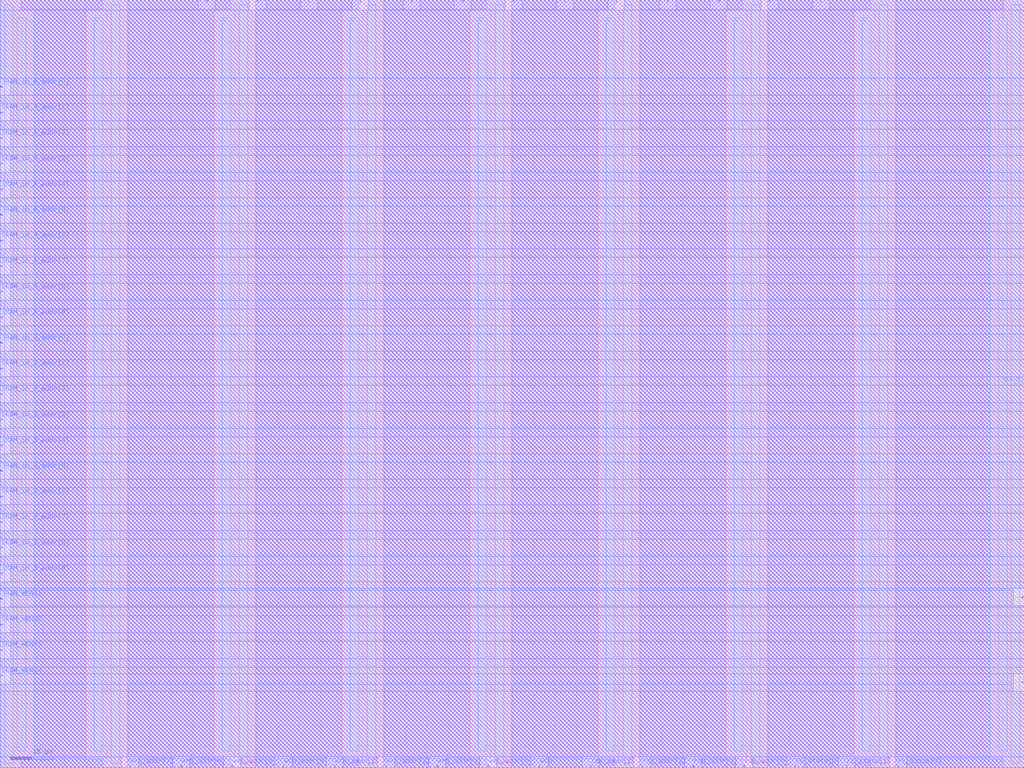
<source format=lef>
###############################################################
#  Generated by:      Cadence Innovus 21.14-s109_1
#  OS:                Linux x86_64(Host ID caen-vnc-mi17.engin.umich.edu)
#  Generated on:      Wed Apr 19 02:55:07 2023
#  Design:            Main_controller
#  Command:           write_lef_abstract /afs/umich.edu/class/eecs627/w23/groups/group4/CNN_LSTM/Main_controller_new/apr/Main_controller/data/Main_controller.lef -specifyTopLayer 4 -stripePin -PGpinLayers 4
###############################################################

VERSION 5.8 ;

BUSBITCHARS "[]" ;
DIVIDERCHAR "/" ;

MACRO Main_controller
  CLASS BLOCK ;
  SIZE 240.000000 BY 180.000000 ;
  FOREIGN Main_controller 0.000000 0.000000 ;
  ORIGIN 0 0 ;
  SYMMETRY X Y R90 ;
  PIN clk
    DIRECTION INPUT ;
    USE SIGNAL ;
    ANTENNAPARTIALMETALAREA 4.3 LAYER M3  ;
    ANTENNAPARTIALMETALSIDEAREA 0.043 LAYER M3  ;
    ANTENNAPARTIALCUTAREA 0.08 LAYER V3  ;
    ANTENNAPARTIALMETALAREA 2.2 LAYER M4  ;
    ANTENNAPARTIALMETALSIDEAREA 0.0224 LAYER M4  ;
    ANTENNAMODEL OXIDE1 ;
    ANTENNAGATEAREA 0.8352 LAYER M4  ;
    ANTENNAMAXAREACAR 3.58046 LAYER M4  ;
    ANTENNAMAXSIDEAREACAR 0.0370929 LAYER M4  ;
    ANTENNAMAXCUTCAR 0.287356 LAYER V4  ;
    PORT
      LAYER M3 ;
        RECT 239.400000 19.900000 240.000000 20.100000 ;
    END
  END clk
  PIN reset
    DIRECTION INPUT ;
    USE SIGNAL ;
    ANTENNAPARTIALMETALAREA 30.9 LAYER M3  ;
    ANTENNAPARTIALMETALSIDEAREA 0.3102 LAYER M3  ;
    ANTENNAMODEL OXIDE1 ;
    ANTENNAGATEAREA 1.1424 LAYER M3  ;
    ANTENNAMAXAREACAR 32.7996 LAYER M3  ;
    ANTENNAMAXSIDEAREACAR 0.329482 LAYER M3  ;
    ANTENNAPARTIALCUTAREA 0.08 LAYER V3  ;
    ANTENNAMAXCUTCAR 1.60849 LAYER V3  ;
    ANTENNAPARTIALMETALAREA 2.44 LAYER M4  ;
    ANTENNAPARTIALMETALSIDEAREA 0.0248 LAYER M4  ;
    ANTENNAGATEAREA 1.2984 LAYER M4  ;
    ANTENNAMAXAREACAR 34.6788 LAYER M4  ;
    ANTENNAMAXSIDEAREACAR 0.348583 LAYER M4  ;
    ANTENNAMAXCUTCAR 1.60849 LAYER V4  ;
    PORT
      LAYER M3 ;
        RECT 239.400000 39.900000 240.000000 40.100000 ;
    END
  END reset
  PIN wrb
    DIRECTION OUTPUT ;
    USE SIGNAL ;
    ANTENNAPARTIALMETALAREA 2.46 LAYER M2  ;
    ANTENNAPARTIALMETALSIDEAREA 0.0246 LAYER M2  ;
    ANTENNAPARTIALCUTAREA 0.08 LAYER V2  ;
    ANTENNADIFFAREA 2.014 LAYER M3  ;
    ANTENNAPARTIALMETALAREA 7.08 LAYER M3  ;
    ANTENNAPARTIALMETALSIDEAREA 0.0712 LAYER M3  ;
    ANTENNAMODEL OXIDE1 ;
    ANTENNAGATEAREA 0.1728 LAYER M3  ;
    ANTENNAMAXAREACAR 81.6696 LAYER M3  ;
    ANTENNAMAXSIDEAREACAR 0.819792 LAYER M3  ;
    ANTENNAMAXCUTCAR 0.925926 LAYER V3  ;
    PORT
      LAYER M2 ;
        RECT 126.300000 0.000000 126.500000 0.600000 ;
    END
  END wrb
  PIN PE_state[2]
    DIRECTION OUTPUT ;
    USE SIGNAL ;
    ANTENNAPARTIALMETALAREA 10.3 LAYER M2  ;
    ANTENNAPARTIALMETALSIDEAREA 0.103 LAYER M2  ;
    ANTENNAPARTIALCUTAREA 0.08 LAYER V2  ;
    ANTENNADIFFAREA 1.792 LAYER M3  ;
    ANTENNAPARTIALMETALAREA 17.08 LAYER M3  ;
    ANTENNAPARTIALMETALSIDEAREA 0.1712 LAYER M3  ;
    PORT
      LAYER M2 ;
        RECT 186.300000 0.000000 186.500000 0.600000 ;
    END
  END PE_state[2]
  PIN PE_state[1]
    DIRECTION OUTPUT ;
    USE SIGNAL ;
    ANTENNAPARTIALMETALAREA 6.7 LAYER M2  ;
    ANTENNAPARTIALMETALSIDEAREA 0.067 LAYER M2  ;
    ANTENNAPARTIALCUTAREA 0.08 LAYER V2  ;
    ANTENNADIFFAREA 1.76 LAYER M3  ;
    ANTENNAPARTIALMETALAREA 14.84 LAYER M3  ;
    ANTENNAPARTIALMETALSIDEAREA 0.1488 LAYER M3  ;
    PORT
      LAYER M2 ;
        RECT 198.300000 0.000000 198.500000 0.600000 ;
    END
  END PE_state[1]
  PIN PE_state[0]
    DIRECTION OUTPUT ;
    USE SIGNAL ;
    ANTENNAPARTIALMETALAREA 9.58 LAYER M2  ;
    ANTENNAPARTIALMETALSIDEAREA 0.0958 LAYER M2  ;
    ANTENNAPARTIALCUTAREA 0.08 LAYER V2  ;
    ANTENNADIFFAREA 1.16 LAYER M3  ;
    ANTENNAPARTIALMETALAREA 17.88 LAYER M3  ;
    ANTENNAPARTIALMETALSIDEAREA 0.1792 LAYER M3  ;
    PORT
      LAYER M2 ;
        RECT 210.300000 0.000000 210.500000 0.600000 ;
    END
  END PE_state[0]
  PIN wrb_addr[7]
    DIRECTION OUTPUT ;
    USE SIGNAL ;
    ANTENNAPARTIALMETALAREA 2.3 LAYER M2  ;
    ANTENNAPARTIALMETALSIDEAREA 0.023 LAYER M2  ;
    ANTENNAPARTIALCUTAREA 0.08 LAYER V2  ;
    ANTENNADIFFAREA 2.014 LAYER M3  ;
    ANTENNAPARTIALMETALAREA 3.96 LAYER M3  ;
    ANTENNAPARTIALMETALSIDEAREA 0.04 LAYER M3  ;
    ANTENNAMODEL OXIDE1 ;
    ANTENNAGATEAREA 0.2808 LAYER M3  ;
    ANTENNAMAXAREACAR 16.9238 LAYER M3  ;
    ANTENNAMAXSIDEAREACAR 0.174117 LAYER M3  ;
    ANTENNAMAXCUTCAR 0.909091 LAYER V3  ;
    PORT
      LAYER M2 ;
        RECT 30.300000 0.000000 30.500000 0.600000 ;
    END
  END wrb_addr[7]
  PIN wrb_addr[6]
    DIRECTION OUTPUT ;
    USE SIGNAL ;
    ANTENNAPARTIALMETALAREA 4.72 LAYER M2  ;
    ANTENNAPARTIALMETALSIDEAREA 0.0472 LAYER M2  ;
    ANTENNAMODEL OXIDE1 ;
    ANTENNAGATEAREA 0.1488 LAYER M2  ;
    ANTENNAMAXAREACAR 33.7184 LAYER M2  ;
    ANTENNAMAXSIDEAREACAR 0.336156 LAYER M2  ;
    ANTENNAPARTIALCUTAREA 0.24 LAYER V2  ;
    ANTENNAMAXCUTCAR 2.15054 LAYER V2  ;
    ANTENNADIFFAREA 2.014 LAYER M3  ;
    ANTENNAPARTIALMETALAREA 4.12 LAYER M3  ;
    ANTENNAPARTIALMETALSIDEAREA 0.0424 LAYER M3  ;
    ANTENNAGATEAREA 0.5688 LAYER M3  ;
    ANTENNAMAXAREACAR 40.9617 LAYER M3  ;
    ANTENNAMAXSIDEAREACAR 0.410699 LAYER M3  ;
    ANTENNAMAXCUTCAR 2.15054 LAYER V3  ;
    PORT
      LAYER M2 ;
        RECT 42.300000 0.000000 42.500000 0.600000 ;
    END
  END wrb_addr[6]
  PIN wrb_addr[5]
    DIRECTION OUTPUT ;
    USE SIGNAL ;
    ANTENNAPARTIALMETALAREA 1.26 LAYER M2  ;
    ANTENNAPARTIALMETALSIDEAREA 0.0126 LAYER M2  ;
    ANTENNAPARTIALCUTAREA 0.08 LAYER V2  ;
    ANTENNADIFFAREA 2.014 LAYER M3  ;
    ANTENNAPARTIALMETALAREA 3.08 LAYER M3  ;
    ANTENNAPARTIALMETALSIDEAREA 0.032 LAYER M3  ;
    ANTENNAMODEL OXIDE1 ;
    ANTENNAGATEAREA 0.528 LAYER M3  ;
    ANTENNAMAXAREACAR 27.5531 LAYER M3  ;
    ANTENNAMAXSIDEAREACAR 0.281036 LAYER M3  ;
    ANTENNAMAXCUTCAR 1.34409 LAYER V3  ;
    PORT
      LAYER M2 ;
        RECT 54.300000 0.000000 54.500000 0.600000 ;
    END
  END wrb_addr[5]
  PIN wrb_addr[4]
    DIRECTION OUTPUT ;
    USE SIGNAL ;
    ANTENNAPARTIALMETALAREA 1.58 LAYER M2  ;
    ANTENNAPARTIALMETALSIDEAREA 0.0158 LAYER M2  ;
    ANTENNAPARTIALCUTAREA 0.08 LAYER V2  ;
    ANTENNADIFFAREA 2.014 LAYER M3  ;
    ANTENNAPARTIALMETALAREA 2.92 LAYER M3  ;
    ANTENNAPARTIALMETALSIDEAREA 0.0304 LAYER M3  ;
    ANTENNAMODEL OXIDE1 ;
    ANTENNAGATEAREA 0.6912 LAYER M3  ;
    ANTENNAMAXAREACAR 7.92454 LAYER M3  ;
    ANTENNAMAXSIDEAREACAR 0.0814174 LAYER M3  ;
    ANTENNAMAXCUTCAR 1.07527 LAYER V3  ;
    PORT
      LAYER M2 ;
        RECT 66.300000 0.000000 66.500000 0.600000 ;
    END
  END wrb_addr[4]
  PIN wrb_addr[3]
    DIRECTION OUTPUT ;
    USE SIGNAL ;
    ANTENNAPARTIALMETALAREA 1.26 LAYER M2  ;
    ANTENNAPARTIALMETALSIDEAREA 0.0126 LAYER M2  ;
    ANTENNAPARTIALCUTAREA 0.08 LAYER V2  ;
    ANTENNADIFFAREA 2.014 LAYER M3  ;
    ANTENNAPARTIALMETALAREA 1.68 LAYER M3  ;
    ANTENNAPARTIALMETALSIDEAREA 0.0176 LAYER M3  ;
    ANTENNAMODEL OXIDE1 ;
    ANTENNAGATEAREA 0.264 LAYER M3  ;
    ANTENNAMAXAREACAR 14.4409 LAYER M3  ;
    ANTENNAMAXSIDEAREACAR 0.146364 LAYER M3  ;
    ANTENNAMAXCUTCAR 0.909091 LAYER V3  ;
    PORT
      LAYER M2 ;
        RECT 78.300000 0.000000 78.500000 0.600000 ;
    END
  END wrb_addr[3]
  PIN wrb_addr[2]
    DIRECTION OUTPUT ;
    USE SIGNAL ;
    ANTENNAPARTIALMETALAREA 1.5 LAYER M2  ;
    ANTENNAPARTIALMETALSIDEAREA 0.015 LAYER M2  ;
    ANTENNAPARTIALCUTAREA 0.08 LAYER V2  ;
    ANTENNADIFFAREA 2.014 LAYER M3  ;
    ANTENNAPARTIALMETALAREA 2.4 LAYER M3  ;
    ANTENNAPARTIALMETALSIDEAREA 0.0248 LAYER M3  ;
    ANTENNAMODEL OXIDE1 ;
    ANTENNAGATEAREA 0.696 LAYER M3  ;
    ANTENNAMAXAREACAR 10.1235 LAYER M3  ;
    ANTENNAMAXSIDEAREACAR 0.101162 LAYER M3  ;
    ANTENNAMAXCUTCAR 0.786164 LAYER V3  ;
    PORT
      LAYER M2 ;
        RECT 90.300000 0.000000 90.500000 0.600000 ;
    END
  END wrb_addr[2]
  PIN wrb_addr[1]
    DIRECTION OUTPUT ;
    USE SIGNAL ;
    ANTENNAPARTIALMETALAREA 1.82 LAYER M2  ;
    ANTENNAPARTIALMETALSIDEAREA 0.0182 LAYER M2  ;
    ANTENNAPARTIALCUTAREA 0.08 LAYER V2  ;
    ANTENNADIFFAREA 2.014 LAYER M3  ;
    ANTENNAPARTIALMETALAREA 5.4 LAYER M3  ;
    ANTENNAPARTIALMETALSIDEAREA 0.0552 LAYER M3  ;
    ANTENNAMODEL OXIDE1 ;
    ANTENNAGATEAREA 0.66 LAYER M3  ;
    ANTENNAMAXAREACAR 13.5468 LAYER M3  ;
    ANTENNAMAXSIDEAREACAR 0.144185 LAYER M3  ;
    ANTENNAMAXCUTCAR 1.78571 LAYER V3  ;
    PORT
      LAYER M2 ;
        RECT 102.300000 0.000000 102.500000 0.600000 ;
    END
  END wrb_addr[1]
  PIN wrb_addr[0]
    DIRECTION OUTPUT ;
    USE SIGNAL ;
    ANTENNAPARTIALMETALAREA 1.82 LAYER M2  ;
    ANTENNAPARTIALMETALSIDEAREA 0.0182 LAYER M2  ;
    ANTENNAPARTIALCUTAREA 0.08 LAYER V2  ;
    ANTENNADIFFAREA 2.014 LAYER M3  ;
    ANTENNAPARTIALMETALAREA 9.8 LAYER M3  ;
    ANTENNAPARTIALMETALSIDEAREA 0.0992 LAYER M3  ;
    ANTENNAMODEL OXIDE1 ;
    ANTENNAGATEAREA 0.4968 LAYER M3  ;
    ANTENNAMAXAREACAR 30.1171 LAYER M3  ;
    ANTENNAMAXSIDEAREACAR 0.312322 LAYER M3  ;
    ANTENNAMAXCUTCAR 1.72414 LAYER V3  ;
    PORT
      LAYER M2 ;
        RECT 114.300000 0.000000 114.500000 0.600000 ;
    END
  END wrb_addr[0]
  PIN rdB_addr[3]
    DIRECTION OUTPUT ;
    USE SIGNAL ;
    ANTENNAPARTIALMETALAREA 3.9 LAYER M2  ;
    ANTENNAPARTIALMETALSIDEAREA 0.039 LAYER M2  ;
    ANTENNAPARTIALCUTAREA 0.08 LAYER V2  ;
    ANTENNADIFFAREA 2.624 LAYER M3  ;
    ANTENNAPARTIALMETALAREA 7.56 LAYER M3  ;
    ANTENNAPARTIALMETALSIDEAREA 0.076 LAYER M3  ;
    PORT
      LAYER M2 ;
        RECT 138.300000 0.000000 138.500000 0.600000 ;
    END
  END rdB_addr[3]
  PIN rdB_addr[2]
    DIRECTION OUTPUT ;
    USE SIGNAL ;
    ANTENNAPARTIALMETALAREA 5.02 LAYER M2  ;
    ANTENNAPARTIALMETALSIDEAREA 0.0502 LAYER M2  ;
    ANTENNAPARTIALCUTAREA 0.08 LAYER V2  ;
    ANTENNADIFFAREA 7.362 LAYER M3  ;
    ANTENNAPARTIALMETALAREA 7.36 LAYER M3  ;
    ANTENNAPARTIALMETALSIDEAREA 0.0744 LAYER M3  ;
    ANTENNAMODEL OXIDE1 ;
    ANTENNAGATEAREA 0.156 LAYER M3  ;
    ANTENNAMAXAREACAR 61.7128 LAYER M3  ;
    ANTENNAMAXSIDEAREACAR 0.625385 LAYER M3  ;
    ANTENNAMAXCUTCAR 0.769231 LAYER V3  ;
    PORT
      LAYER M2 ;
        RECT 150.300000 0.000000 150.500000 0.600000 ;
    END
  END rdB_addr[2]
  PIN rdB_addr[1]
    DIRECTION OUTPUT ;
    USE SIGNAL ;
    ANTENNAPARTIALMETALAREA 8.62 LAYER M2  ;
    ANTENNAPARTIALMETALSIDEAREA 0.0862 LAYER M2  ;
    ANTENNAPARTIALCUTAREA 0.08 LAYER V2  ;
    ANTENNAPARTIALMETALAREA 9.08 LAYER M3  ;
    ANTENNAPARTIALMETALSIDEAREA 0.0912 LAYER M3  ;
    ANTENNAMODEL OXIDE1 ;
    ANTENNAGATEAREA 0.2952 LAYER M3  ;
    ANTENNAMAXAREACAR 32.3686 LAYER M3  ;
    ANTENNAMAXSIDEAREACAR 0.3271 LAYER M3  ;
    ANTENNAPARTIALCUTAREA 0.08 LAYER V3  ;
    ANTENNAMAXCUTCAR 0.677507 LAYER V3  ;
    ANTENNADIFFAREA 7.396 LAYER M4  ;
    ANTENNAPARTIALMETALAREA 3.88 LAYER M4  ;
    ANTENNAPARTIALMETALSIDEAREA 0.0392 LAYER M4  ;
    ANTENNAGATEAREA 0.468 LAYER M4  ;
    ANTENNAMAXAREACAR 40.6592 LAYER M4  ;
    ANTENNAMAXSIDEAREACAR 0.410861 LAYER M4  ;
    ANTENNAMAXCUTCAR 1.15741 LAYER V4  ;
    PORT
      LAYER M2 ;
        RECT 162.300000 0.000000 162.500000 0.600000 ;
    END
  END rdB_addr[1]
  PIN rdB_addr[0]
    DIRECTION OUTPUT ;
    USE SIGNAL ;
    ANTENNAPARTIALMETALAREA 8.94 LAYER M2  ;
    ANTENNAPARTIALMETALSIDEAREA 0.0894 LAYER M2  ;
    ANTENNAPARTIALCUTAREA 0.08 LAYER V2  ;
    ANTENNADIFFAREA 3.348 LAYER M3  ;
    ANTENNAPARTIALMETALAREA 12.08 LAYER M3  ;
    ANTENNAPARTIALMETALSIDEAREA 0.1216 LAYER M3  ;
    ANTENNAMODEL OXIDE1 ;
    ANTENNAGATEAREA 0.624 LAYER M3  ;
    ANTENNAMAXAREACAR 32.1275 LAYER M3  ;
    ANTENNAMAXSIDEAREACAR 0.320335 LAYER M3  ;
    ANTENNAMAXCUTCAR 0.925926 LAYER V3  ;
    PORT
      LAYER M2 ;
        RECT 174.300000 0.000000 174.500000 0.600000 ;
    END
  END rdB_addr[0]
  PIN mem_addr[12]
    DIRECTION OUTPUT ;
    USE SIGNAL ;
    ANTENNAPARTIALMETALAREA 1.5944 LAYER M2  ;
    ANTENNAPARTIALMETALSIDEAREA 0.01596 LAYER M2  ;
    ANTENNAPARTIALCUTAREA 0.08 LAYER V2  ;
    ANTENNADIFFAREA 2.014 LAYER M3  ;
    ANTENNAPARTIALMETALAREA 2.4 LAYER M3  ;
    ANTENNAPARTIALMETALSIDEAREA 0.0248 LAYER M3  ;
    ANTENNAMODEL OXIDE1 ;
    ANTENNAGATEAREA 0.2904 LAYER M3  ;
    ANTENNAMAXAREACAR 29.2675 LAYER M3  ;
    ANTENNAMAXSIDEAREACAR 0.298884 LAYER M3  ;
    ANTENNAMAXCUTCAR 1.51515 LAYER V3  ;
    PORT
      LAYER M2 ;
        RECT 48.320000 179.440000 48.480000 180.000000 ;
    END
  END mem_addr[12]
  PIN mem_addr[11]
    DIRECTION OUTPUT ;
    USE SIGNAL ;
    ANTENNAPARTIALMETALAREA 1.7544 LAYER M2  ;
    ANTENNAPARTIALMETALSIDEAREA 0.01756 LAYER M2  ;
    ANTENNAPARTIALCUTAREA 0.08 LAYER V2  ;
    ANTENNADIFFAREA 2.014 LAYER M3  ;
    ANTENNAPARTIALMETALAREA 0.84 LAYER M3  ;
    ANTENNAPARTIALMETALSIDEAREA 0.0088 LAYER M3  ;
    ANTENNAMODEL OXIDE1 ;
    ANTENNAGATEAREA 0.372 LAYER M3  ;
    ANTENNAMAXAREACAR 11.4153 LAYER M3  ;
    ANTENNAMAXSIDEAREACAR 0.118732 LAYER M3  ;
    ANTENNAMAXCUTCAR 0.757576 LAYER V3  ;
    PORT
      LAYER M2 ;
        RECT 60.320000 179.440000 60.480000 180.000000 ;
    END
  END mem_addr[11]
  PIN mem_addr[10]
    DIRECTION OUTPUT ;
    USE SIGNAL ;
    ANTENNAPARTIALMETALAREA 2.164 LAYER M2  ;
    ANTENNAPARTIALMETALSIDEAREA 0.02164 LAYER M2  ;
    ANTENNAMODEL OXIDE1 ;
    ANTENNAGATEAREA 0.1176 LAYER M2  ;
    ANTENNAMAXAREACAR 19.8707 LAYER M2  ;
    ANTENNAMAXSIDEAREACAR 0.20034 LAYER M2  ;
    ANTENNAPARTIALCUTAREA 0.08 LAYER V2  ;
    ANTENNAMAXCUTCAR 1.02041 LAYER V2  ;
    ANTENNADIFFAREA 2.014 LAYER M3  ;
    ANTENNAPARTIALMETALAREA 1.24 LAYER M3  ;
    ANTENNAPARTIALMETALSIDEAREA 0.0128 LAYER M3  ;
    ANTENNAGATEAREA 0.4896 LAYER M3  ;
    ANTENNAMAXAREACAR 22.4034 LAYER M3  ;
    ANTENNAMAXSIDEAREACAR 0.226484 LAYER M3  ;
    ANTENNAMAXCUTCAR 1.02041 LAYER V3  ;
    PORT
      LAYER M2 ;
        RECT 72.320000 179.440000 72.480000 180.000000 ;
    END
  END mem_addr[10]
  PIN mem_addr[9]
    DIRECTION OUTPUT ;
    USE SIGNAL ;
    ANTENNAPARTIALMETALAREA 1.4344 LAYER M2  ;
    ANTENNAPARTIALMETALSIDEAREA 0.01436 LAYER M2  ;
    ANTENNAPARTIALCUTAREA 0.08 LAYER V2  ;
    ANTENNADIFFAREA 2.014 LAYER M3  ;
    ANTENNAPARTIALMETALAREA 1.28 LAYER M3  ;
    ANTENNAPARTIALMETALSIDEAREA 0.0136 LAYER M3  ;
    ANTENNAMODEL OXIDE1 ;
    ANTENNAGATEAREA 0.408 LAYER M3  ;
    ANTENNAMAXAREACAR 16.2988 LAYER M3  ;
    ANTENNAMAXSIDEAREACAR 0.165492 LAYER M3  ;
    ANTENNAMAXCUTCAR 1.16657 LAYER V3  ;
    PORT
      LAYER M2 ;
        RECT 84.320000 179.440000 84.480000 180.000000 ;
    END
  END mem_addr[9]
  PIN mem_addr[8]
    DIRECTION OUTPUT ;
    USE SIGNAL ;
    ANTENNAPARTIALMETALAREA 1.9944 LAYER M2  ;
    ANTENNAPARTIALMETALSIDEAREA 0.01996 LAYER M2  ;
    ANTENNAPARTIALCUTAREA 0.08 LAYER V2  ;
    ANTENNADIFFAREA 2.014 LAYER M3  ;
    ANTENNAPARTIALMETALAREA 1.24 LAYER M3  ;
    ANTENNAPARTIALMETALSIDEAREA 0.0128 LAYER M3  ;
    ANTENNAMODEL OXIDE1 ;
    ANTENNAGATEAREA 0.4896 LAYER M3  ;
    ANTENNAMAXAREACAR 10.8861 LAYER M3  ;
    ANTENNAMAXSIDEAREACAR 0.112519 LAYER M3  ;
    ANTENNAMAXCUTCAR 0.757576 LAYER V3  ;
    PORT
      LAYER M2 ;
        RECT 96.320000 179.440000 96.480000 180.000000 ;
    END
  END mem_addr[8]
  PIN mem_addr[7]
    DIRECTION OUTPUT ;
    USE SIGNAL ;
    ANTENNAPARTIALMETALAREA 1.9144 LAYER M2  ;
    ANTENNAPARTIALMETALSIDEAREA 0.01916 LAYER M2  ;
    ANTENNAPARTIALCUTAREA 0.08 LAYER V2  ;
    ANTENNADIFFAREA 2.014 LAYER M3  ;
    ANTENNAPARTIALMETALAREA 3.4 LAYER M3  ;
    ANTENNAPARTIALMETALSIDEAREA 0.0344 LAYER M3  ;
    ANTENNAMODEL OXIDE1 ;
    ANTENNAGATEAREA 0.4896 LAYER M3  ;
    ANTENNAMAXAREACAR 11.5562 LAYER M3  ;
    ANTENNAMAXSIDEAREACAR 0.119883 LAYER M3  ;
    ANTENNAMAXCUTCAR 1.02041 LAYER V3  ;
    PORT
      LAYER M2 ;
        RECT 108.320000 179.440000 108.480000 180.000000 ;
    END
  END mem_addr[7]
  PIN mem_addr[6]
    DIRECTION OUTPUT ;
    USE SIGNAL ;
    ANTENNAPARTIALMETALAREA 1.9944 LAYER M2  ;
    ANTENNAPARTIALMETALSIDEAREA 0.01996 LAYER M2  ;
    ANTENNAMODEL OXIDE1 ;
    ANTENNAGATEAREA 0.1536 LAYER M2  ;
    ANTENNAMAXAREACAR 14.3034 LAYER M2  ;
    ANTENNAMAXSIDEAREACAR 0.14388 LAYER M2  ;
    ANTENNAPARTIALCUTAREA 0.08 LAYER V2  ;
    ANTENNAMAXCUTCAR 0.78125 LAYER V2  ;
    ANTENNADIFFAREA 2.014 LAYER M3  ;
    ANTENNAPARTIALMETALAREA 3.04 LAYER M3  ;
    ANTENNAPARTIALMETALSIDEAREA 0.0312 LAYER M3  ;
    ANTENNAGATEAREA 0.516 LAYER M3  ;
    ANTENNAMAXAREACAR 20.1949 LAYER M3  ;
    ANTENNAMAXSIDEAREACAR 0.204345 LAYER M3  ;
    ANTENNAMAXCUTCAR 1.6129 LAYER V3  ;
    PORT
      LAYER M2 ;
        RECT 120.320000 179.440000 120.480000 180.000000 ;
    END
  END mem_addr[6]
  PIN mem_addr[5]
    DIRECTION OUTPUT ;
    USE SIGNAL ;
    ANTENNADIFFAREA 2.014 LAYER M2  ;
    ANTENNAPARTIALMETALAREA 4.0744 LAYER M2  ;
    ANTENNAPARTIALMETALSIDEAREA 0.04076 LAYER M2  ;
    ANTENNAPARTIALCUTAREA 0.08 LAYER V2  ;
    ANTENNADIFFAREA 2.014 LAYER M3  ;
    ANTENNAPARTIALMETALAREA 0.84 LAYER M3  ;
    ANTENNAPARTIALMETALSIDEAREA 0.0088 LAYER M3  ;
    ANTENNAMODEL OXIDE1 ;
    ANTENNAGATEAREA 0.4896 LAYER M3  ;
    ANTENNAMAXAREACAR 5.47976 LAYER M3  ;
    ANTENNAMAXSIDEAREACAR 0.058455 LAYER M3  ;
    ANTENNAMAXCUTCAR 0.757576 LAYER V3  ;
    PORT
      LAYER M2 ;
        RECT 132.320000 179.440000 132.480000 180.000000 ;
    END
  END mem_addr[5]
  PIN mem_addr[4]
    DIRECTION OUTPUT ;
    USE SIGNAL ;
    ANTENNAPARTIALMETALAREA 1.9144 LAYER M2  ;
    ANTENNAPARTIALMETALSIDEAREA 0.01916 LAYER M2  ;
    ANTENNAPARTIALCUTAREA 0.08 LAYER V2  ;
    ANTENNADIFFAREA 2.014 LAYER M3  ;
    ANTENNAPARTIALMETALAREA 3.76 LAYER M3  ;
    ANTENNAPARTIALMETALSIDEAREA 0.0384 LAYER M3  ;
    ANTENNAMODEL OXIDE1 ;
    ANTENNAGATEAREA 0.4896 LAYER M3  ;
    ANTENNAMAXAREACAR 11.3436 LAYER M3  ;
    ANTENNAMAXSIDEAREACAR 0.118225 LAYER M3  ;
    ANTENNAMAXCUTCAR 1.02041 LAYER V3  ;
    PORT
      LAYER M2 ;
        RECT 144.320000 179.440000 144.480000 180.000000 ;
    END
  END mem_addr[4]
  PIN mem_addr[3]
    DIRECTION OUTPUT ;
    USE SIGNAL ;
    ANTENNAPARTIALMETALAREA 1.9144 LAYER M2  ;
    ANTENNAPARTIALMETALSIDEAREA 0.01916 LAYER M2  ;
    ANTENNAPARTIALCUTAREA 0.08 LAYER V2  ;
    ANTENNADIFFAREA 2.014 LAYER M3  ;
    ANTENNAPARTIALMETALAREA 4.72 LAYER M3  ;
    ANTENNAPARTIALMETALSIDEAREA 0.048 LAYER M3  ;
    ANTENNAMODEL OXIDE1 ;
    ANTENNAGATEAREA 0.4776 LAYER M3  ;
    ANTENNAMAXAREACAR 24.0781 LAYER M3  ;
    ANTENNAMAXSIDEAREACAR 0.244027 LAYER M3  ;
    ANTENNAMAXCUTCAR 1.59387 LAYER V3  ;
    PORT
      LAYER M2 ;
        RECT 156.320000 179.440000 156.480000 180.000000 ;
    END
  END mem_addr[3]
  PIN mem_addr[2]
    DIRECTION OUTPUT ;
    USE SIGNAL ;
    ANTENNAPARTIALMETALAREA 2.3144 LAYER M2  ;
    ANTENNAPARTIALMETALSIDEAREA 0.02316 LAYER M2  ;
    ANTENNAPARTIALCUTAREA 0.08 LAYER V2  ;
    ANTENNADIFFAREA 2.014 LAYER M3  ;
    ANTENNAPARTIALMETALAREA 5 LAYER M3  ;
    ANTENNAPARTIALMETALSIDEAREA 0.0504 LAYER M3  ;
    ANTENNAMODEL OXIDE1 ;
    ANTENNAGATEAREA 0.372 LAYER M3  ;
    ANTENNAMAXAREACAR 15.5274 LAYER M3  ;
    ANTENNAMAXSIDEAREACAR 0.159853 LAYER M3  ;
    ANTENNAPARTIALCUTAREA 0.08 LAYER V3  ;
    ANTENNAMAXCUTCAR 0.97263 LAYER V3  ;
    ANTENNADIFFAREA 2.014 LAYER M4  ;
    ANTENNAPARTIALMETALAREA 0.6 LAYER M4  ;
    ANTENNAPARTIALMETALSIDEAREA 0.0064 LAYER M4  ;
    ANTENNAGATEAREA 0.4896 LAYER M4  ;
    ANTENNAMAXAREACAR 16.7528 LAYER M4  ;
    ANTENNAMAXSIDEAREACAR 0.172924 LAYER M4  ;
    ANTENNAMAXCUTCAR 1.70068 LAYER V4  ;
    PORT
      LAYER M2 ;
        RECT 168.320000 179.440000 168.480000 180.000000 ;
    END
  END mem_addr[2]
  PIN mem_addr[1]
    DIRECTION OUTPUT ;
    USE SIGNAL ;
    ANTENNAPARTIALMETALAREA 3.5144 LAYER M2  ;
    ANTENNAPARTIALMETALSIDEAREA 0.03516 LAYER M2  ;
    ANTENNAPARTIALCUTAREA 0.08 LAYER V2  ;
    ANTENNADIFFAREA 2.014 LAYER M3  ;
    ANTENNAPARTIALMETALAREA 3.96 LAYER M3  ;
    ANTENNAPARTIALMETALSIDEAREA 0.04 LAYER M3  ;
    ANTENNAMODEL OXIDE1 ;
    ANTENNAGATEAREA 0.2976 LAYER M3  ;
    ANTENNAMAXAREACAR 22.4445 LAYER M3  ;
    ANTENNAMAXSIDEAREACAR 0.235221 LAYER M3  ;
    ANTENNAMAXCUTCAR 1.41824 LAYER V3  ;
    PORT
      LAYER M2 ;
        RECT 180.320000 179.440000 180.480000 180.000000 ;
    END
  END mem_addr[1]
  PIN mem_addr[0]
    DIRECTION OUTPUT ;
    USE SIGNAL ;
    ANTENNAPARTIALMETALAREA 3.0344 LAYER M2  ;
    ANTENNAPARTIALMETALSIDEAREA 0.03036 LAYER M2  ;
    ANTENNAPARTIALCUTAREA 0.08 LAYER V2  ;
    ANTENNADIFFAREA 2.014 LAYER M3  ;
    ANTENNAPARTIALMETALAREA 6.28 LAYER M3  ;
    ANTENNAPARTIALMETALSIDEAREA 0.0632 LAYER M3  ;
    ANTENNAMODEL OXIDE1 ;
    ANTENNAGATEAREA 0.3048 LAYER M3  ;
    ANTENNAMAXAREACAR 23.7103 LAYER M3  ;
    ANTENNAMAXSIDEAREACAR 0.241249 LAYER M3  ;
    ANTENNAMAXCUTCAR 0.540245 LAYER V3  ;
    PORT
      LAYER M2 ;
        RECT 192.320000 179.440000 192.480000 180.000000 ;
    END
  END mem_addr[0]
  PIN SRAM_in_A_addr[9]
    DIRECTION OUTPUT ;
    USE SIGNAL ;
    ANTENNAPARTIALMETALAREA 11.1544 LAYER M3  ;
    ANTENNAPARTIALMETALSIDEAREA 0.11196 LAYER M3  ;
    ANTENNAPARTIALCUTAREA 0.08 LAYER V3  ;
    ANTENNADIFFAREA 2.176 LAYER M4  ;
    ANTENNAPARTIALMETALAREA 4.68 LAYER M4  ;
    ANTENNAPARTIALMETALSIDEAREA 0.0472 LAYER M4  ;
    ANTENNAMODEL OXIDE1 ;
    ANTENNAGATEAREA 0.7344 LAYER M4  ;
    ANTENNAMAXAREACAR 27.4867 LAYER M4  ;
    ANTENNAMAXSIDEAREACAR 0.277922 LAYER M4  ;
    ANTENNAMAXCUTCAR 1.24534 LAYER V4  ;
    PORT
      LAYER M3 ;
        RECT 0.000000 105.520000 0.560000 105.680000 ;
    END
  END SRAM_in_A_addr[9]
  PIN SRAM_in_A_addr[8]
    DIRECTION OUTPUT ;
    USE SIGNAL ;
    ANTENNAPARTIALMETALAREA 5.9144 LAYER M3  ;
    ANTENNAPARTIALMETALSIDEAREA 0.05916 LAYER M3  ;
    ANTENNAPARTIALCUTAREA 0.08 LAYER V3  ;
    ANTENNADIFFAREA 4.168 LAYER M4  ;
    ANTENNAPARTIALMETALAREA 6.08 LAYER M4  ;
    ANTENNAPARTIALMETALSIDEAREA 0.0616 LAYER M4  ;
    ANTENNAMODEL OXIDE1 ;
    ANTENNAGATEAREA 1.1496 LAYER M4  ;
    ANTENNAMAXAREACAR 20.409 LAYER M4  ;
    ANTENNAMAXSIDEAREACAR 0.213352 LAYER M4  ;
    ANTENNAMAXCUTCAR 1.07576 LAYER V4  ;
    PORT
      LAYER M3 ;
        RECT 0.000000 111.520000 0.560000 111.680000 ;
    END
  END SRAM_in_A_addr[8]
  PIN SRAM_in_A_addr[7]
    DIRECTION OUTPUT ;
    USE SIGNAL ;
    ANTENNADIFFAREA 4.168 LAYER M3  ;
    ANTENNAPARTIALMETALAREA 16.804 LAYER M3  ;
    ANTENNAPARTIALMETALSIDEAREA 0.16964 LAYER M3  ;
    ANTENNAMODEL OXIDE1 ;
    ANTENNAGATEAREA 0.9312 LAYER M3  ;
    ANTENNAMAXAREACAR 33.0733 LAYER M3  ;
    ANTENNAMAXSIDEAREACAR 0.344674 LAYER M3  ;
    ANTENNAPARTIALCUTAREA 0.08 LAYER V3  ;
    ANTENNAMAXCUTCAR 2.16924 LAYER V3  ;
    ANTENNADIFFAREA 4.168 LAYER M4  ;
    ANTENNAPARTIALMETALAREA 2.36 LAYER M4  ;
    ANTENNAPARTIALMETALSIDEAREA 0.024 LAYER M4  ;
    ANTENNAGATEAREA 1.0896 LAYER M4  ;
    ANTENNAMAXAREACAR 35.2392 LAYER M4  ;
    ANTENNAMAXSIDEAREACAR 0.3667 LAYER M4  ;
    ANTENNAMAXCUTCAR 2.16924 LAYER V4  ;
    PORT
      LAYER M3 ;
        RECT 0.000000 117.520000 0.560000 117.680000 ;
    END
  END SRAM_in_A_addr[7]
  PIN SRAM_in_A_addr[6]
    DIRECTION OUTPUT ;
    USE SIGNAL ;
    ANTENNADIFFAREA 4.168 LAYER M3  ;
    ANTENNAPARTIALMETALAREA 20.6344 LAYER M3  ;
    ANTENNAPARTIALMETALSIDEAREA 0.20876 LAYER M3  ;
    ANTENNAMODEL OXIDE1 ;
    ANTENNAGATEAREA 3.2544 LAYER M3  ;
    ANTENNAMAXAREACAR 51.8503 LAYER M3  ;
    ANTENNAMAXSIDEAREACAR 0.523461 LAYER M3  ;
    ANTENNAMAXCUTCAR 1.6129 LAYER V3  ;
    PORT
      LAYER M3 ;
        RECT 0.000000 123.520000 0.560000 123.680000 ;
    END
  END SRAM_in_A_addr[6]
  PIN SRAM_in_A_addr[5]
    DIRECTION OUTPUT ;
    USE SIGNAL ;
    ANTENNAPARTIALMETALAREA 9.9144 LAYER M3  ;
    ANTENNAPARTIALMETALSIDEAREA 0.09996 LAYER M3  ;
    ANTENNAMODEL OXIDE1 ;
    ANTENNAGATEAREA 0.444 LAYER M3  ;
    ANTENNAMAXAREACAR 36.3831 LAYER M3  ;
    ANTENNAMAXSIDEAREACAR 0.365455 LAYER M3  ;
    ANTENNAPARTIALCUTAREA 0.08 LAYER V3  ;
    ANTENNAMAXCUTCAR 1.25545 LAYER V3  ;
    ANTENNADIFFAREA 3.996 LAYER M4  ;
    ANTENNAPARTIALMETALAREA 9.16 LAYER M4  ;
    ANTENNAPARTIALMETALSIDEAREA 0.0928 LAYER M4  ;
    ANTENNAGATEAREA 2.532 LAYER M4  ;
    ANTENNAMAXAREACAR 40.0007 LAYER M4  ;
    ANTENNAMAXSIDEAREACAR 0.402106 LAYER M4  ;
    ANTENNAMAXCUTCAR 1.77175 LAYER V4  ;
    PORT
      LAYER M3 ;
        RECT 0.000000 129.520000 0.560000 129.680000 ;
    END
  END SRAM_in_A_addr[5]
  PIN SRAM_in_A_addr[4]
    DIRECTION OUTPUT ;
    USE SIGNAL ;
    ANTENNADIFFAREA 2.014 LAYER M3  ;
    ANTENNAPARTIALMETALAREA 12.5144 LAYER M3  ;
    ANTENNAPARTIALMETALSIDEAREA 0.12556 LAYER M3  ;
    ANTENNAMODEL OXIDE1 ;
    ANTENNAGATEAREA 0.372 LAYER M3  ;
    ANTENNAMAXAREACAR 46.8385 LAYER M3  ;
    ANTENNAMAXSIDEAREACAR 0.473007 LAYER M3  ;
    ANTENNAMAXCUTCAR 0.757576 LAYER V3  ;
    PORT
      LAYER M3 ;
        RECT 0.000000 135.520000 0.560000 135.680000 ;
    END
  END SRAM_in_A_addr[4]
  PIN SRAM_in_A_addr[3]
    DIRECTION OUTPUT ;
    USE SIGNAL ;
    ANTENNADIFFAREA 4.168 LAYER M3  ;
    ANTENNAPARTIALMETALAREA 13.7944 LAYER M3  ;
    ANTENNAPARTIALMETALSIDEAREA 0.13916 LAYER M3  ;
    ANTENNAMODEL OXIDE1 ;
    ANTENNAGATEAREA 1.2768 LAYER M3  ;
    ANTENNAMAXAREACAR 41.9073 LAYER M3  ;
    ANTENNAMAXSIDEAREACAR 0.426924 LAYER M3  ;
    ANTENNAMAXCUTCAR 1.47679 LAYER V3  ;
    PORT
      LAYER M3 ;
        RECT 0.000000 141.520000 0.560000 141.680000 ;
    END
  END SRAM_in_A_addr[3]
  PIN SRAM_in_A_addr[2]
    DIRECTION OUTPUT ;
    USE SIGNAL ;
    ANTENNADIFFAREA 4.168 LAYER M3  ;
    ANTENNAPARTIALMETALAREA 13.4744 LAYER M3  ;
    ANTENNAPARTIALMETALSIDEAREA 0.13596 LAYER M3  ;
    ANTENNAMODEL OXIDE1 ;
    ANTENNAGATEAREA 0.792 LAYER M3  ;
    ANTENNAMAXAREACAR 20.6759 LAYER M3  ;
    ANTENNAMAXSIDEAREACAR 0.211641 LAYER M3  ;
    ANTENNAPARTIALCUTAREA 0.16 LAYER V3  ;
    ANTENNAMAXCUTCAR 1.5041 LAYER V3  ;
    ANTENNADIFFAREA 4.168 LAYER M4  ;
    ANTENNAPARTIALMETALAREA 12.84 LAYER M4  ;
    ANTENNAPARTIALMETALSIDEAREA 0.1296 LAYER M4  ;
    ANTENNAGATEAREA 1.4832 LAYER M4  ;
    ANTENNAMAXAREACAR 29.3328 LAYER M4  ;
    ANTENNAMAXSIDEAREACAR 0.299019 LAYER M4  ;
    ANTENNAMAXCUTCAR 2.87356 LAYER V4  ;
    PORT
      LAYER M3 ;
        RECT 0.000000 147.520000 0.560000 147.680000 ;
    END
  END SRAM_in_A_addr[2]
  PIN SRAM_in_A_addr[1]
    DIRECTION OUTPUT ;
    USE SIGNAL ;
    ANTENNADIFFAREA 4.168 LAYER M3  ;
    ANTENNAPARTIALMETALAREA 15.5544 LAYER M3  ;
    ANTENNAPARTIALMETALSIDEAREA 0.15676 LAYER M3  ;
    ANTENNAMODEL OXIDE1 ;
    ANTENNAGATEAREA 1.8432 LAYER M3  ;
    ANTENNAMAXAREACAR 42.5837 LAYER M3  ;
    ANTENNAMAXSIDEAREACAR 0.432829 LAYER M3  ;
    ANTENNAMAXCUTCAR 1.192 LAYER V3  ;
    PORT
      LAYER M3 ;
        RECT 0.000000 153.520000 0.560000 153.680000 ;
    END
  END SRAM_in_A_addr[1]
  PIN SRAM_in_A_addr[0]
    DIRECTION OUTPUT ;
    USE SIGNAL ;
    ANTENNAPARTIALMETALAREA 7.5144 LAYER M3  ;
    ANTENNAPARTIALMETALSIDEAREA 0.07516 LAYER M3  ;
    ANTENNAPARTIALCUTAREA 0.08 LAYER V3  ;
    ANTENNADIFFAREA 2.176 LAYER M4  ;
    ANTENNAPARTIALMETALAREA 9.56 LAYER M4  ;
    ANTENNAPARTIALMETALSIDEAREA 0.096 LAYER M4  ;
    ANTENNAMODEL OXIDE1 ;
    ANTENNAGATEAREA 1.0152 LAYER M4  ;
    ANTENNAMAXAREACAR 45.2025 LAYER M4  ;
    ANTENNAMAXSIDEAREACAR 0.454717 LAYER M4  ;
    ANTENNAMAXCUTCAR 1.82394 LAYER V4  ;
    PORT
      LAYER M3 ;
        RECT 0.000000 159.520000 0.560000 159.680000 ;
    END
  END SRAM_in_A_addr[0]
  PIN SRAM_in_B_addr[9]
    DIRECTION OUTPUT ;
    USE SIGNAL ;
    ANTENNAPARTIALMETALAREA 1.7544 LAYER M3  ;
    ANTENNAPARTIALMETALSIDEAREA 0.01756 LAYER M3  ;
    ANTENNAPARTIALCUTAREA 0.08 LAYER V3  ;
    ANTENNADIFFAREA 2.014 LAYER M4  ;
    ANTENNAPARTIALMETALAREA 3.2 LAYER M4  ;
    ANTENNAPARTIALMETALSIDEAREA 0.0328 LAYER M4  ;
    ANTENNAMODEL OXIDE1 ;
    ANTENNAGATEAREA 0.54 LAYER M4  ;
    ANTENNAMAXAREACAR 31.6148 LAYER M4  ;
    ANTENNAMAXSIDEAREACAR 0.327963 LAYER M4  ;
    ANTENNAMAXCUTCAR 2.77778 LAYER V4  ;
    PORT
      LAYER M3 ;
        RECT 0.000000 45.520000 0.560000 45.680000 ;
    END
  END SRAM_in_B_addr[9]
  PIN SRAM_in_B_addr[8]
    DIRECTION OUTPUT ;
    USE SIGNAL ;
    ANTENNAPARTIALMETALAREA 5.8744 LAYER M3  ;
    ANTENNAPARTIALMETALSIDEAREA 0.05916 LAYER M3  ;
    ANTENNAMODEL OXIDE1 ;
    ANTENNAGATEAREA 0.2856 LAYER M3  ;
    ANTENNAMAXAREACAR 31.3131 LAYER M3  ;
    ANTENNAMAXSIDEAREACAR 0.324365 LAYER M3  ;
    ANTENNAPARTIALCUTAREA 0.08 LAYER V3  ;
    ANTENNAMAXCUTCAR 1.94678 LAYER V3  ;
    ANTENNADIFFAREA 2.014 LAYER M4  ;
    ANTENNAPARTIALMETALAREA 3 LAYER M4  ;
    ANTENNAPARTIALMETALSIDEAREA 0.0304 LAYER M4  ;
    ANTENNAGATEAREA 0.3576 LAYER M4  ;
    ANTENNAMAXAREACAR 51.8559 LAYER M4  ;
    ANTENNAMAXSIDEAREACAR 0.530011 LAYER M4  ;
    ANTENNAMAXCUTCAR 2.77778 LAYER V4  ;
    PORT
      LAYER M3 ;
        RECT 0.000000 51.520000 0.560000 51.680000 ;
    END
  END SRAM_in_B_addr[8]
  PIN SRAM_in_B_addr[7]
    DIRECTION OUTPUT ;
    USE SIGNAL ;
    ANTENNADIFFAREA 2.014 LAYER M3  ;
    ANTENNAPARTIALMETALAREA 3.7144 LAYER M3  ;
    ANTENNAPARTIALMETALSIDEAREA 0.03756 LAYER M3  ;
    ANTENNAMODEL OXIDE1 ;
    ANTENNAGATEAREA 0.6312 LAYER M3  ;
    ANTENNAMAXAREACAR 17.9665 LAYER M3  ;
    ANTENNAMAXSIDEAREACAR 0.179596 LAYER M3  ;
    ANTENNAMAXCUTCAR 1.21212 LAYER V3  ;
    PORT
      LAYER M3 ;
        RECT 0.000000 57.520000 0.560000 57.680000 ;
    END
  END SRAM_in_B_addr[7]
  PIN SRAM_in_B_addr[6]
    DIRECTION OUTPUT ;
    USE SIGNAL ;
    ANTENNADIFFAREA 2.014 LAYER M3  ;
    ANTENNAPARTIALMETALAREA 8.8344 LAYER M3  ;
    ANTENNAPARTIALMETALSIDEAREA 0.08956 LAYER M3  ;
    ANTENNAMODEL OXIDE1 ;
    ANTENNAGATEAREA 0.5712 LAYER M3  ;
    ANTENNAMAXAREACAR 36.8651 LAYER M3  ;
    ANTENNAMAXSIDEAREACAR 0.377679 LAYER M3  ;
    ANTENNAMAXCUTCAR 1.92308 LAYER V3  ;
    PORT
      LAYER M3 ;
        RECT 0.000000 63.520000 0.560000 63.680000 ;
    END
  END SRAM_in_B_addr[6]
  PIN SRAM_in_B_addr[5]
    DIRECTION OUTPUT ;
    USE SIGNAL ;
    ANTENNADIFFAREA 2.014 LAYER M3  ;
    ANTENNAPARTIALMETALAREA 7.7144 LAYER M3  ;
    ANTENNAPARTIALMETALSIDEAREA 0.07836 LAYER M3  ;
    ANTENNAMODEL OXIDE1 ;
    ANTENNAGATEAREA 0.8448 LAYER M3  ;
    ANTENNAMAXAREACAR 27.7104 LAYER M3  ;
    ANTENNAMAXSIDEAREACAR 0.281998 LAYER M3  ;
    ANTENNAMAXCUTCAR 1.6129 LAYER V3  ;
    PORT
      LAYER M3 ;
        RECT 0.000000 69.520000 0.560000 69.680000 ;
    END
  END SRAM_in_B_addr[5]
  PIN SRAM_in_B_addr[4]
    DIRECTION OUTPUT ;
    USE SIGNAL ;
    ANTENNADIFFAREA 2.014 LAYER M3  ;
    ANTENNAPARTIALMETALAREA 5.0344 LAYER M3  ;
    ANTENNAPARTIALMETALSIDEAREA 0.05036 LAYER M3  ;
    ANTENNAMODEL OXIDE1 ;
    ANTENNAGATEAREA 0.5088 LAYER M3  ;
    ANTENNAMAXAREACAR 19.3825 LAYER M3  ;
    ANTENNAMAXSIDEAREACAR 0.197311 LAYER M3  ;
    ANTENNAMAXCUTCAR 0.917874 LAYER V3  ;
    PORT
      LAYER M3 ;
        RECT 0.000000 75.520000 0.560000 75.680000 ;
    END
  END SRAM_in_B_addr[4]
  PIN SRAM_in_B_addr[3]
    DIRECTION OUTPUT ;
    USE SIGNAL ;
    ANTENNADIFFAREA 2.014 LAYER M3  ;
    ANTENNAPARTIALMETALAREA 7.1144 LAYER M3  ;
    ANTENNAPARTIALMETALSIDEAREA 0.07196 LAYER M3  ;
    ANTENNAMODEL OXIDE1 ;
    ANTENNAGATEAREA 0.5424 LAYER M3  ;
    ANTENNAMAXAREACAR 25.2484 LAYER M3  ;
    ANTENNAMAXSIDEAREACAR 0.254022 LAYER M3  ;
    ANTENNAMAXCUTCAR 1.83575 LAYER V3  ;
    PORT
      LAYER M3 ;
        RECT 0.000000 81.520000 0.560000 81.680000 ;
    END
  END SRAM_in_B_addr[3]
  PIN SRAM_in_B_addr[2]
    DIRECTION OUTPUT ;
    USE SIGNAL ;
    ANTENNADIFFAREA 2.014 LAYER M3  ;
    ANTENNAPARTIALMETALAREA 4.8744 LAYER M3  ;
    ANTENNAPARTIALMETALSIDEAREA 0.04956 LAYER M3  ;
    ANTENNAMODEL OXIDE1 ;
    ANTENNAGATEAREA 0.42 LAYER M3  ;
    ANTENNAMAXAREACAR 20.4345 LAYER M3  ;
    ANTENNAMAXSIDEAREACAR 0.203758 LAYER M3  ;
    ANTENNAPARTIALCUTAREA 0.08 LAYER V3  ;
    ANTENNAMAXCUTCAR 2.00866 LAYER V3  ;
    ANTENNADIFFAREA 2.014 LAYER M4  ;
    ANTENNAPARTIALMETALAREA 2.04 LAYER M4  ;
    ANTENNAPARTIALMETALSIDEAREA 0.0208 LAYER M4  ;
    ANTENNAGATEAREA 0.6552 LAYER M4  ;
    ANTENNAMAXAREACAR 23.5481 LAYER M4  ;
    ANTENNAMAXSIDEAREACAR 0.235504 LAYER M4  ;
    ANTENNAMAXCUTCAR 2.00866 LAYER V4  ;
    PORT
      LAYER M3 ;
        RECT 0.000000 87.520000 0.560000 87.680000 ;
    END
  END SRAM_in_B_addr[2]
  PIN SRAM_in_B_addr[1]
    DIRECTION OUTPUT ;
    USE SIGNAL ;
    ANTENNADIFFAREA 2.014 LAYER M3  ;
    ANTENNAPARTIALMETALAREA 4.3544 LAYER M3  ;
    ANTENNAPARTIALMETALSIDEAREA 0.04396 LAYER M3  ;
    ANTENNAMODEL OXIDE1 ;
    ANTENNAGATEAREA 0.6144 LAYER M3  ;
    ANTENNAMAXAREACAR 31.4396 LAYER M3  ;
    ANTENNAMAXSIDEAREACAR 0.321971 LAYER M3  ;
    ANTENNAMAXCUTCAR 1.66667 LAYER V3  ;
    PORT
      LAYER M3 ;
        RECT 0.000000 93.520000 0.560000 93.680000 ;
    END
  END SRAM_in_B_addr[1]
  PIN SRAM_in_B_addr[0]
    DIRECTION OUTPUT ;
    USE SIGNAL ;
    ANTENNADIFFAREA 3.488 LAYER M3  ;
    ANTENNAPARTIALMETALAREA 7.9144 LAYER M3  ;
    ANTENNAPARTIALMETALSIDEAREA 0.08076 LAYER M3  ;
    ANTENNAMODEL OXIDE1 ;
    ANTENNAGATEAREA 0.7512 LAYER M3  ;
    ANTENNAMAXAREACAR 36.9933 LAYER M3  ;
    ANTENNAMAXSIDEAREACAR 0.375538 LAYER M3  ;
    ANTENNAMAXCUTCAR 2.22222 LAYER V3  ;
    PORT
      LAYER M3 ;
        RECT 0.000000 99.520000 0.560000 99.680000 ;
    END
  END SRAM_in_B_addr[0]
  PIN SRAM_WENB1
    DIRECTION OUTPUT ;
    USE SIGNAL ;
    ANTENNADIFFAREA 1.76 LAYER M3  ;
    ANTENNAPARTIALMETALAREA 10.3144 LAYER M3  ;
    ANTENNAPARTIALMETALSIDEAREA 0.10316 LAYER M3  ;
    ANTENNAMODEL OXIDE1 ;
    ANTENNAGATEAREA 0.2232 LAYER M3  ;
    ANTENNAMAXAREACAR 54.4982 LAYER M3  ;
    ANTENNAMAXSIDEAREACAR 0.546953 LAYER M3  ;
    ANTENNAMAXCUTCAR 1.43369 LAYER V3  ;
    PORT
      LAYER M3 ;
        RECT 0.000000 39.520000 0.560000 39.680000 ;
    END
  END SRAM_WENB1
  PIN SRAM_WENB2
    DIRECTION OUTPUT ;
    USE SIGNAL ;
    ANTENNADIFFAREA 1.76 LAYER M3  ;
    ANTENNAPARTIALMETALAREA 5.8344 LAYER M3  ;
    ANTENNAPARTIALMETALSIDEAREA 0.05836 LAYER M3  ;
    PORT
      LAYER M3 ;
        RECT 0.000000 33.520000 0.560000 33.680000 ;
    END
  END SRAM_WENB2
  PIN SRAM_WENB3
    DIRECTION OUTPUT ;
    USE SIGNAL ;
    ANTENNADIFFAREA 1.76 LAYER M3  ;
    ANTENNAPARTIALMETALAREA 4.7944 LAYER M3  ;
    ANTENNAPARTIALMETALSIDEAREA 0.04796 LAYER M3  ;
    PORT
      LAYER M3 ;
        RECT 0.000000 27.520000 0.560000 27.680000 ;
    END
  END SRAM_WENB3
  PIN SRAM_WENB4
    DIRECTION OUTPUT ;
    USE SIGNAL ;
    ANTENNADIFFAREA 1.76 LAYER M3  ;
    ANTENNAPARTIALMETALAREA 7.3944 LAYER M3  ;
    ANTENNAPARTIALMETALSIDEAREA 0.07436 LAYER M3  ;
    ANTENNAMODEL OXIDE1 ;
    ANTENNAGATEAREA 0.1488 LAYER M3  ;
    ANTENNAMAXAREACAR 70.7776 LAYER M3  ;
    ANTENNAMAXSIDEAREACAR 0.712231 LAYER M3  ;
    ANTENNAMAXCUTCAR 1.07527 LAYER V3  ;
    PORT
      LAYER M3 ;
        RECT 0.000000 21.520000 0.560000 21.680000 ;
    END
  END SRAM_WENB4
  PIN VSS
    DIRECTION INOUT ;
    USE GROUND ;

# P/G power stripe data as pin
    PORT
      LAYER M4 ;
        RECT 56.000000 1.000000 58.000000 178.800000 ;
        RECT 26.000000 1.000000 28.000000 178.800000 ;
        RECT 1.000000 1.000000 3.000000 178.800000 ;
        RECT 116.000000 1.000000 118.000000 178.800000 ;
        RECT 86.000000 1.000000 88.000000 178.800000 ;
        RECT 146.000000 1.000000 148.000000 178.800000 ;
        RECT 176.000000 1.000000 178.000000 178.800000 ;
        RECT 206.000000 1.000000 208.000000 178.800000 ;
        RECT 237.000000 1.000000 239.000000 178.800000 ;
    END
# end of P/G power stripe data as pin

  END VSS
  PIN VDD
    DIRECTION INOUT ;
    USE POWER ;

# P/G power stripe data as pin
    PORT
      LAYER M4 ;
        RECT 52.000000 4.000000 54.000000 175.800000 ;
        RECT 22.000000 4.000000 24.000000 175.800000 ;
        RECT 4.000000 4.000000 6.000000 175.800000 ;
        RECT 112.000000 4.000000 114.000000 175.800000 ;
        RECT 82.000000 4.000000 84.000000 175.800000 ;
        RECT 142.000000 4.000000 144.000000 175.800000 ;
        RECT 172.000000 4.000000 174.000000 175.800000 ;
        RECT 202.000000 4.000000 204.000000 175.800000 ;
        RECT 234.000000 4.000000 236.000000 175.800000 ;
    END
# end of P/G power stripe data as pin

  END VDD
  OBS
    LAYER M1 ;
      RECT 0.000000 0.000000 240.000000 180.000000 ;
    LAYER M2 ;
      RECT 194.400000 177.520000 240.000000 180.000000 ;
      RECT 182.400000 177.520000 190.400000 180.000000 ;
      RECT 170.400000 177.520000 178.400000 180.000000 ;
      RECT 158.400000 177.520000 166.400000 180.000000 ;
      RECT 146.400000 177.520000 154.400000 180.000000 ;
      RECT 134.400000 177.520000 142.400000 180.000000 ;
      RECT 122.400000 177.520000 130.400000 180.000000 ;
      RECT 110.400000 177.520000 118.400000 180.000000 ;
      RECT 98.400000 177.520000 106.400000 180.000000 ;
      RECT 86.400000 177.520000 94.400000 180.000000 ;
      RECT 74.400000 177.520000 82.400000 180.000000 ;
      RECT 62.400000 177.520000 70.400000 180.000000 ;
      RECT 50.400000 177.520000 58.400000 180.000000 ;
      RECT 0.000000 177.520000 46.400000 180.000000 ;
      RECT 0.000000 2.520000 240.000000 177.520000 ;
      RECT 212.420000 0.000000 240.000000 2.520000 ;
      RECT 200.420000 0.000000 208.380000 2.520000 ;
      RECT 188.420000 0.000000 196.380000 2.520000 ;
      RECT 176.420000 0.000000 184.380000 2.520000 ;
      RECT 164.420000 0.000000 172.380000 2.520000 ;
      RECT 152.420000 0.000000 160.380000 2.520000 ;
      RECT 140.420000 0.000000 148.380000 2.520000 ;
      RECT 128.420000 0.000000 136.380000 2.520000 ;
      RECT 116.420000 0.000000 124.380000 2.520000 ;
      RECT 104.420000 0.000000 112.380000 2.520000 ;
      RECT 92.420000 0.000000 100.380000 2.520000 ;
      RECT 80.420000 0.000000 88.380000 2.520000 ;
      RECT 68.420000 0.000000 76.380000 2.520000 ;
      RECT 56.420000 0.000000 64.380000 2.520000 ;
      RECT 44.420000 0.000000 52.380000 2.520000 ;
      RECT 32.420000 0.000000 40.380000 2.520000 ;
      RECT 0.000000 0.000000 28.380000 2.520000 ;
    LAYER M3 ;
      RECT 0.000000 161.600000 240.000000 180.000000 ;
      RECT 2.480000 157.600000 240.000000 161.600000 ;
      RECT 0.000000 155.600000 240.000000 157.600000 ;
      RECT 2.480000 151.600000 240.000000 155.600000 ;
      RECT 0.000000 149.600000 240.000000 151.600000 ;
      RECT 2.480000 145.600000 240.000000 149.600000 ;
      RECT 0.000000 143.600000 240.000000 145.600000 ;
      RECT 2.480000 139.600000 240.000000 143.600000 ;
      RECT 0.000000 137.600000 240.000000 139.600000 ;
      RECT 2.480000 133.600000 240.000000 137.600000 ;
      RECT 0.000000 131.600000 240.000000 133.600000 ;
      RECT 2.480000 127.600000 240.000000 131.600000 ;
      RECT 0.000000 125.600000 240.000000 127.600000 ;
      RECT 2.480000 121.600000 240.000000 125.600000 ;
      RECT 0.000000 119.600000 240.000000 121.600000 ;
      RECT 2.480000 115.600000 240.000000 119.600000 ;
      RECT 0.000000 113.600000 240.000000 115.600000 ;
      RECT 2.480000 109.600000 240.000000 113.600000 ;
      RECT 0.000000 107.600000 240.000000 109.600000 ;
      RECT 2.480000 103.600000 240.000000 107.600000 ;
      RECT 0.000000 101.600000 240.000000 103.600000 ;
      RECT 2.480000 97.600000 240.000000 101.600000 ;
      RECT 0.000000 95.600000 240.000000 97.600000 ;
      RECT 2.480000 91.600000 240.000000 95.600000 ;
      RECT 0.000000 89.600000 240.000000 91.600000 ;
      RECT 2.480000 85.600000 240.000000 89.600000 ;
      RECT 0.000000 83.600000 240.000000 85.600000 ;
      RECT 2.480000 79.600000 240.000000 83.600000 ;
      RECT 0.000000 77.600000 240.000000 79.600000 ;
      RECT 2.480000 73.600000 240.000000 77.600000 ;
      RECT 0.000000 71.600000 240.000000 73.600000 ;
      RECT 2.480000 67.600000 240.000000 71.600000 ;
      RECT 0.000000 65.600000 240.000000 67.600000 ;
      RECT 2.480000 61.600000 240.000000 65.600000 ;
      RECT 0.000000 59.600000 240.000000 61.600000 ;
      RECT 2.480000 55.600000 240.000000 59.600000 ;
      RECT 0.000000 53.600000 240.000000 55.600000 ;
      RECT 2.480000 49.600000 240.000000 53.600000 ;
      RECT 0.000000 47.600000 240.000000 49.600000 ;
      RECT 2.480000 43.600000 240.000000 47.600000 ;
      RECT 0.000000 42.020000 240.000000 43.600000 ;
      RECT 0.000000 41.600000 237.480000 42.020000 ;
      RECT 2.480000 37.980000 237.480000 41.600000 ;
      RECT 2.480000 37.600000 240.000000 37.980000 ;
      RECT 0.000000 35.600000 240.000000 37.600000 ;
      RECT 2.480000 31.600000 240.000000 35.600000 ;
      RECT 0.000000 29.600000 240.000000 31.600000 ;
      RECT 2.480000 25.600000 240.000000 29.600000 ;
      RECT 0.000000 23.600000 240.000000 25.600000 ;
      RECT 2.480000 22.020000 240.000000 23.600000 ;
      RECT 2.480000 19.600000 237.480000 22.020000 ;
      RECT 0.000000 17.980000 237.480000 19.600000 ;
      RECT 0.000000 0.000000 240.000000 17.980000 ;
    LAYER M4 ;
      RECT 209.920000 177.720000 235.080000 180.000000 ;
      RECT 179.920000 177.720000 204.080000 180.000000 ;
      RECT 149.920000 177.720000 174.080000 180.000000 ;
      RECT 119.920000 177.720000 144.080000 180.000000 ;
      RECT 89.920000 177.720000 114.080000 180.000000 ;
      RECT 59.920000 177.720000 84.080000 180.000000 ;
      RECT 29.920000 177.720000 54.080000 180.000000 ;
      RECT 4.920000 177.720000 24.080000 180.000000 ;
      RECT 209.920000 2.080000 232.080000 177.720000 ;
      RECT 179.920000 2.080000 200.080000 177.720000 ;
      RECT 149.920000 2.080000 170.080000 177.720000 ;
      RECT 119.920000 2.080000 140.080000 177.720000 ;
      RECT 89.920000 2.080000 110.080000 177.720000 ;
      RECT 59.920000 2.080000 80.080000 177.720000 ;
      RECT 29.920000 2.080000 50.080000 177.720000 ;
      RECT 7.920000 2.080000 20.080000 177.720000 ;
      RECT 209.920000 0.000000 235.080000 2.080000 ;
      RECT 179.920000 0.000000 204.080000 2.080000 ;
      RECT 149.920000 0.000000 174.080000 2.080000 ;
      RECT 119.920000 0.000000 144.080000 2.080000 ;
      RECT 89.920000 0.000000 114.080000 2.080000 ;
      RECT 59.920000 0.000000 84.080000 2.080000 ;
      RECT 29.920000 0.000000 54.080000 2.080000 ;
      RECT 4.920000 0.000000 24.080000 2.080000 ;
  END
END Main_controller

END LIBRARY

</source>
